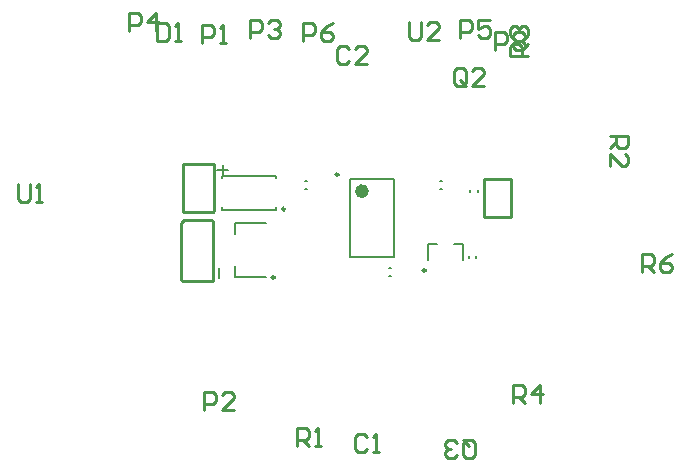
<source format=gto>
G04 Layer_Color=65535*
%FSTAX24Y24*%
%MOIN*%
G70*
G01*
G75*
%ADD23C,0.0236*%
%ADD36C,0.0098*%
%ADD37C,0.0100*%
%ADD38C,0.0079*%
%ADD39C,0.0071*%
D23*
X026183Y033056D02*
G03*
X026183Y033056I-000118J0D01*
G01*
D36*
X025288Y033607D02*
G03*
X025288Y033607I-000049J0D01*
G01*
X023158Y030175D02*
G03*
X023158Y030175I-000049J0D01*
G01*
X023511Y032459D02*
G03*
X023511Y032459I-000049J0D01*
G01*
X028191Y030409D02*
G03*
X028191Y030409I-000049J0D01*
G01*
D37*
X03015Y0322D02*
X03105D01*
X03015D02*
Y03345D01*
X03105D01*
Y0322D02*
Y03345D01*
X0201Y03235D02*
Y03395D01*
Y03235D02*
X0211D01*
X02115Y0324D01*
Y03395D01*
X0201D02*
X02115D01*
X02005Y032D02*
X02015Y0321D01*
X02105D01*
X0211Y03205D01*
Y03005D02*
Y03205D01*
X0201Y03005D02*
X0211D01*
X02005Y0301D02*
X0201Y03005D01*
X02005Y0301D02*
Y03035D01*
Y032D01*
X02955Y03665D02*
Y03705D01*
X02945Y03715D01*
X02925D01*
X02915Y03705D01*
Y03665D01*
X02925Y03655D01*
X02945D01*
X02935Y03675D02*
X02955Y03655D01*
X02945D02*
X02955Y03665D01*
X03015Y03655D02*
X02975D01*
X03015Y03695D01*
Y03705D01*
X03005Y03715D01*
X02985D01*
X02975Y03705D01*
X0311Y026D02*
Y0266D01*
X0314D01*
X0315Y0265D01*
Y0263D01*
X0314Y0262D01*
X0311D01*
X0313D02*
X0315Y026D01*
X032D02*
Y0266D01*
X0317Y0263D01*
X0321D01*
X02765Y0387D02*
Y0382D01*
X02775Y0381D01*
X02795D01*
X02805Y0382D01*
Y0387D01*
X02865Y0381D02*
X02825D01*
X02865Y0385D01*
Y0386D01*
X02855Y0387D01*
X02835D01*
X02825Y0386D01*
X0146Y0333D02*
Y0328D01*
X0147Y0327D01*
X0149D01*
X015Y0328D01*
Y0333D01*
X0152Y0327D02*
X0154D01*
X0153D01*
Y0333D01*
X0152Y0332D01*
X0316Y03755D02*
X031D01*
Y03785D01*
X0311Y03795D01*
X0313D01*
X0314Y03785D01*
Y03755D01*
Y03775D02*
X0316Y03795D01*
X0311Y03815D02*
X031Y03825D01*
Y03845D01*
X0311Y03855D01*
X0312D01*
X0313Y03845D01*
Y03835D01*
Y03845D01*
X0314Y03855D01*
X0315D01*
X0316Y03845D01*
Y03825D01*
X0315Y03815D01*
X02625Y02485D02*
X02615Y02495D01*
X02595D01*
X02585Y02485D01*
Y02445D01*
X02595Y02435D01*
X02615D01*
X02625Y02445D01*
X02645Y02435D02*
X02665D01*
X02655D01*
Y02495D01*
X02645Y02485D01*
X02565Y0378D02*
X02555Y0379D01*
X02535D01*
X02525Y0378D01*
Y0374D01*
X02535Y0373D01*
X02555D01*
X02565Y0374D01*
X02625Y0373D02*
X02585D01*
X02625Y0377D01*
Y0378D01*
X02615Y0379D01*
X02595D01*
X02585Y0378D01*
X01925Y03865D02*
Y03805D01*
X01955D01*
X01965Y03815D01*
Y03855D01*
X01955Y03865D01*
X01925D01*
X01985Y03805D02*
X02005D01*
X01995D01*
Y03865D01*
X01985Y03855D01*
X02075Y038D02*
Y0386D01*
X02105D01*
X02115Y0385D01*
Y0383D01*
X02105Y0382D01*
X02075D01*
X02135Y038D02*
X02155D01*
X02145D01*
Y0386D01*
X02135Y0385D01*
X0208Y02575D02*
Y02635D01*
X0211D01*
X0212Y02625D01*
Y02605D01*
X0211Y02595D01*
X0208D01*
X0218Y02575D02*
X0214D01*
X0218Y02615D01*
Y02625D01*
X0217Y02635D01*
X0215D01*
X0214Y02625D01*
X02235Y03815D02*
Y03875D01*
X02265D01*
X02275Y03865D01*
Y03845D01*
X02265Y03835D01*
X02235D01*
X02295Y03865D02*
X02305Y03875D01*
X02325D01*
X02335Y03865D01*
Y03855D01*
X02325Y03845D01*
X02315D01*
X02325D01*
X02335Y03835D01*
Y03825D01*
X02325Y03815D01*
X02305D01*
X02295Y03825D01*
X0183Y0384D02*
Y039D01*
X0186D01*
X0187Y0389D01*
Y0387D01*
X0186Y0386D01*
X0183D01*
X0192Y0384D02*
Y039D01*
X0189Y0387D01*
X0193D01*
X02935Y03815D02*
Y03875D01*
X02965D01*
X02975Y03865D01*
Y03845D01*
X02965Y03835D01*
X02935D01*
X03035Y03875D02*
X02995D01*
Y03845D01*
X03015Y03855D01*
X03025D01*
X03035Y03845D01*
Y03825D01*
X03025Y03815D01*
X03005D01*
X02995Y03825D01*
X0241Y03805D02*
Y03865D01*
X0244D01*
X0245Y03855D01*
Y03835D01*
X0244Y03825D01*
X0241D01*
X0251Y03865D02*
X0249Y03855D01*
X0247Y03835D01*
Y03815D01*
X0248Y03805D01*
X025D01*
X0251Y03815D01*
Y03825D01*
X025Y03835D01*
X0247D01*
X0305Y03775D02*
Y03835D01*
X0308D01*
X0309Y03825D01*
Y03805D01*
X0308Y03795D01*
X0305D01*
X0311Y03825D02*
X0312Y03835D01*
X0314D01*
X0315Y03825D01*
Y03815D01*
X0314Y03805D01*
X0315Y03795D01*
Y03785D01*
X0314Y03775D01*
X0312D01*
X0311Y03785D01*
Y03795D01*
X0312Y03805D01*
X0311Y03815D01*
Y03825D01*
X0312Y03805D02*
X0314D01*
X02945Y02465D02*
Y02425D01*
X02955Y02415D01*
X02975D01*
X02985Y02425D01*
Y02465D01*
X02975Y02475D01*
X02955D01*
X02965Y02455D02*
X02945Y02475D01*
X02955D02*
X02945Y02465D01*
X02925Y02425D02*
X02915Y02415D01*
X02895D01*
X02885Y02425D01*
Y02435D01*
X02895Y02445D01*
X02905D01*
X02895D01*
X02885Y02455D01*
Y02465D01*
X02895Y02475D01*
X02915D01*
X02925Y02465D01*
X0239Y02455D02*
Y02515D01*
X0242D01*
X0243Y02505D01*
Y02485D01*
X0242Y02475D01*
X0239D01*
X0241D02*
X0243Y02455D01*
X0245D02*
X0247D01*
X0246D01*
Y02515D01*
X0245Y02505D01*
X03435Y0349D02*
X03495D01*
Y0346D01*
X03485Y0345D01*
X03465D01*
X03455Y0346D01*
Y0349D01*
Y0347D02*
X03435Y0345D01*
Y0339D02*
Y0343D01*
X03475Y0339D01*
X03485D01*
X03495Y034D01*
Y0342D01*
X03485Y0343D01*
X0354Y03035D02*
Y03095D01*
X0357D01*
X0358Y03085D01*
Y03065D01*
X0357Y03055D01*
X0354D01*
X0356D02*
X0358Y03035D01*
X0364Y03095D02*
X0362Y03085D01*
X036Y03065D01*
Y03045D01*
X0361Y03035D01*
X0363D01*
X0364Y03045D01*
Y03055D01*
X0363Y03065D01*
X036D01*
D38*
X029622Y030811D02*
Y030889D01*
X029878Y030811D02*
Y030889D01*
X026961Y030222D02*
X027039D01*
X026961Y030478D02*
X027039D01*
X025672Y030851D02*
X027128D01*
X025672Y033449D02*
X027128D01*
Y030851D02*
Y033449D01*
X025672Y030851D02*
Y033449D01*
X021829Y030194D02*
X022853D01*
X021829D02*
Y030568D01*
Y032006D02*
X022853D01*
X021829Y031632D02*
Y032006D01*
X021394Y032429D02*
X023206D01*
X021394Y033571D02*
X023206D01*
Y032429D02*
Y032518D01*
X021394Y032429D02*
Y032518D01*
X023206Y033482D02*
Y033571D01*
X021394Y033482D02*
Y033571D01*
X028259Y030753D02*
Y031304D01*
X028574D01*
X029441Y030753D02*
Y031304D01*
X029126D02*
X029441D01*
X024161Y033122D02*
X024239D01*
X024161Y033378D02*
X024239D01*
X029928Y033011D02*
Y033089D01*
X029672Y033011D02*
Y033089D01*
X028661Y033378D02*
X028739D01*
X028661Y033122D02*
X028739D01*
D39*
X021306Y0305D02*
Y030159D01*
X02125Y033756D02*
X021591D01*
X021421Y033926D02*
Y033585D01*
M02*

</source>
